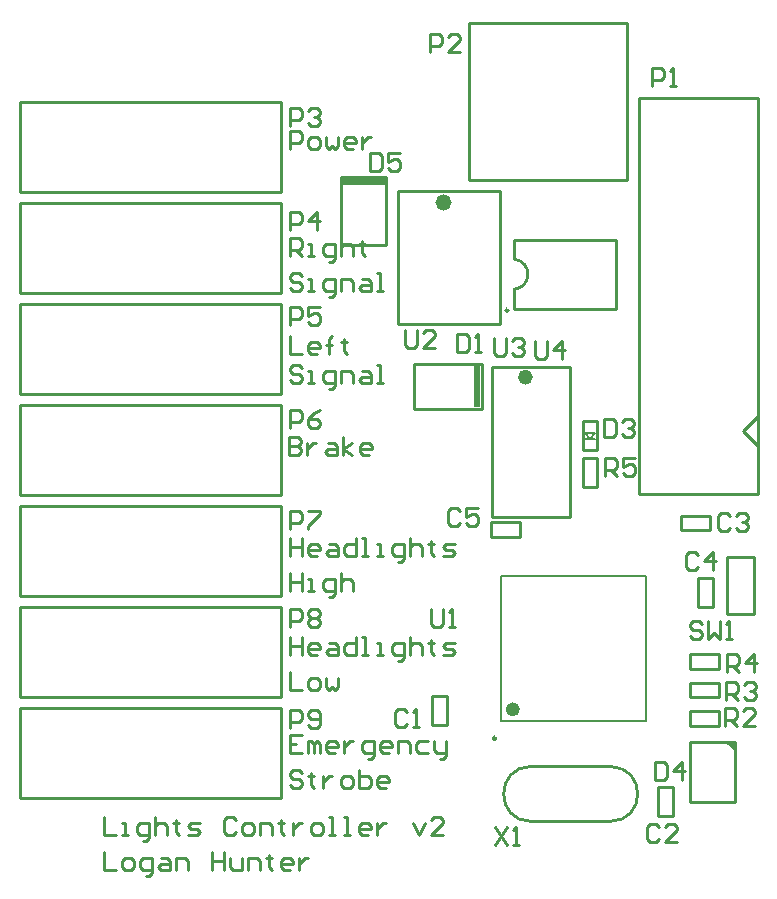
<source format=gto>
G04 Layer_Color=65535*
%FSLAX44Y44*%
%MOMM*%
G71*
G01*
G75*
%ADD20C,0.2540*%
%ADD34C,0.2500*%
%ADD35C,0.6000*%
%ADD36C,0.2000*%
%ADD37C,0.1524*%
%ADD38R,3.6830X0.5080*%
%ADD39R,0.5080X3.6830*%
D20*
X647325Y197003D02*
G03*
X647325Y150503I0J-23250D01*
G01*
X714324D02*
G03*
X714324Y197003I0J23250D01*
G01*
X647536Y526590D02*
G03*
X647536Y526590I-5080J0D01*
G01*
X646266D02*
G03*
X646266Y526590I-3810J0D01*
G01*
X642457Y524049D02*
G03*
X641321Y524318I0J2540D01*
G01*
X643727Y526590D02*
G03*
X642457Y525320I-1270J0D01*
G01*
X633065Y601112D02*
G03*
X633179Y626397I-1150J12648D01*
G01*
X628106Y583280D02*
G03*
X628106Y583280I-1270J0D01*
G01*
X574444Y674491D02*
G03*
X574444Y674491I-1270J0D01*
G01*
X575714D02*
G03*
X575714Y674491I-2540J0D01*
G01*
X577190D02*
G03*
X577190Y674491I-4016J0D01*
G01*
X578853D02*
G03*
X578853Y674491I-5680J0D01*
G01*
X576151Y232177D02*
Y256677D01*
X563651Y232177D02*
X576151D01*
X563651D02*
Y256677D01*
X576151D01*
X836385Y326017D02*
Y374277D01*
X813525Y326017D02*
X836385D01*
X813525D02*
Y374277D01*
X836385D01*
X754857Y155137D02*
Y179637D01*
X767357D01*
Y155137D02*
Y179637D01*
X754857Y155137D02*
X767357D01*
X774478Y396939D02*
X798978D01*
X774478D02*
Y409439D01*
X798978D01*
Y396939D02*
Y409439D01*
X788488Y332176D02*
Y356676D01*
X800988D01*
Y332176D02*
Y356676D01*
X788488Y332176D02*
X800988D01*
X613544Y403904D02*
X638044D01*
Y391404D02*
Y403904D01*
X613544Y391404D02*
X638044D01*
X613544D02*
Y403904D01*
X816429Y214688D02*
Y217864D01*
X817064Y215324D02*
X818969Y213419D01*
X819604D01*
Y215324D01*
X817064Y217864D02*
X819604Y215324D01*
X817064Y217864D02*
X819604Y215324D01*
Y213419D02*
Y215324D01*
Y211514D02*
Y215324D01*
X817064Y217864D02*
X819604Y215324D01*
X817064Y217864D02*
X819604D01*
X813253D02*
X819604D01*
X813253D02*
X819604Y211514D01*
X781504Y167064D02*
X790394D01*
X781504D02*
Y217864D01*
X819604D01*
Y167064D02*
Y217864D01*
X785313Y167064D02*
X819604D01*
X781816Y243820D02*
X806316D01*
Y231320D02*
Y243820D01*
X781816Y231320D02*
X806316D01*
X781816D02*
Y243820D01*
Y292226D02*
X806316D01*
Y279726D02*
Y292226D01*
X781816Y279726D02*
X806316D01*
X781816D02*
Y292226D01*
Y268023D02*
X806316D01*
Y255523D02*
Y268023D01*
X781816Y255523D02*
X806316D01*
X781816D02*
Y268023D01*
X647325Y197003D02*
X714324D01*
X647325Y150503D02*
X714324D01*
X690977Y489390D02*
X703477D01*
X690977Y464890D02*
Y489390D01*
Y464890D02*
X703477D01*
Y489390D01*
X690977Y458128D02*
X703477D01*
X690977Y433628D02*
Y458128D01*
Y433628D02*
X703477D01*
Y458128D01*
X614516Y535480D02*
X680556D01*
Y408479D02*
Y535480D01*
X614516Y408479D02*
X680556D01*
X614516D02*
Y535480D01*
X738733Y762966D02*
X839062D01*
X738733Y427686D02*
Y762966D01*
Y427686D02*
X839062D01*
Y762966D01*
Y492456D02*
Y493726D01*
X826363Y481026D02*
X839062Y493726D01*
X826363Y481026D02*
X839062Y468326D01*
X214630Y683260D02*
Y759460D01*
Y683260D02*
X435610D01*
Y759460D01*
X214630D02*
X435610D01*
X214630Y597747D02*
Y673947D01*
Y597747D02*
X435610D01*
Y673947D01*
X214630D02*
X435610D01*
X214630Y512233D02*
Y588433D01*
Y512233D02*
X435610D01*
Y588433D01*
X214630D02*
X435610D01*
X214630Y426720D02*
Y502920D01*
Y426720D02*
X435610D01*
Y502920D01*
X214630D02*
X435610D01*
X214630Y341207D02*
Y417407D01*
Y341207D02*
X435610D01*
Y417407D01*
X214630D02*
X435610D01*
X214630Y255693D02*
Y331893D01*
Y255693D02*
X435610D01*
Y331893D01*
X214630D02*
X435610D01*
X214630Y170180D02*
Y246380D01*
Y170180D02*
X435610D01*
Y246380D01*
X214630D02*
X435610D01*
X594757Y693812D02*
Y826812D01*
Y693812D02*
X728757D01*
Y826812D01*
X594757D02*
X728757D01*
X486300Y696004D02*
X524399D01*
X486300Y638854D02*
Y696004D01*
Y638854D02*
X524399D01*
Y696004D01*
X633179Y626397D02*
Y642964D01*
X633186Y584550D02*
Y600992D01*
X719546Y584550D02*
Y641700D01*
X633186Y642970D02*
X719546D01*
X633186Y584550D02*
X719546D01*
X535074Y684651D02*
X621434D01*
X535074Y571621D02*
Y684651D01*
Y571621D02*
X621434D01*
Y684651D01*
X605534Y500025D02*
Y538125D01*
X548384D02*
X605534D01*
X548384Y500025D02*
Y538125D01*
Y500025D02*
X605534D01*
X443230Y306311D02*
Y291076D01*
Y298694D01*
X453387D01*
Y306311D01*
Y291076D01*
X466083D02*
X461004D01*
X458465Y293616D01*
Y298694D01*
X461004Y301233D01*
X466083D01*
X468622Y298694D01*
Y296155D01*
X458465D01*
X476239Y301233D02*
X481318D01*
X483857Y298694D01*
Y291076D01*
X476239D01*
X473700Y293616D01*
X476239Y296155D01*
X483857D01*
X499092Y306311D02*
Y291076D01*
X491474D01*
X488935Y293616D01*
Y298694D01*
X491474Y301233D01*
X499092D01*
X504170Y291076D02*
X509249D01*
X506710D01*
Y306311D01*
X504170D01*
X516866Y291076D02*
X521945D01*
X519405D01*
Y301233D01*
X516866D01*
X534640Y285998D02*
X537180D01*
X539719Y288537D01*
Y301233D01*
X532101D01*
X529562Y298694D01*
Y293616D01*
X532101Y291076D01*
X539719D01*
X544797Y306311D02*
Y291076D01*
Y298694D01*
X547336Y301233D01*
X552415D01*
X554954Y298694D01*
Y291076D01*
X562571Y303772D02*
Y301233D01*
X560032D01*
X565111D01*
X562571D01*
Y293616D01*
X565111Y291076D01*
X572728D02*
X580346D01*
X582885Y293616D01*
X580346Y296155D01*
X575267D01*
X572728Y298694D01*
X575267Y301233D01*
X582885D01*
X443230Y276855D02*
Y261620D01*
X453387D01*
X461004D02*
X466083D01*
X468622Y264159D01*
Y269237D01*
X466083Y271777D01*
X461004D01*
X458465Y269237D01*
Y264159D01*
X461004Y261620D01*
X473700Y271777D02*
Y264159D01*
X476239Y261620D01*
X478778Y264159D01*
X481318Y261620D01*
X483857Y264159D01*
Y271777D01*
X285667Y153981D02*
Y138746D01*
X295823D01*
X300902D02*
X305980D01*
X303441D01*
Y148903D01*
X300902D01*
X318676Y133668D02*
X321215D01*
X323755Y136207D01*
Y148903D01*
X316137D01*
X313598Y146364D01*
Y141285D01*
X316137Y138746D01*
X323755D01*
X328833Y153981D02*
Y138746D01*
Y146364D01*
X331372Y148903D01*
X336450D01*
X338990Y146364D01*
Y138746D01*
X346607Y151442D02*
Y148903D01*
X344068D01*
X349146D01*
X346607D01*
Y141285D01*
X349146Y138746D01*
X356764D02*
X364381D01*
X366921Y141285D01*
X364381Y143825D01*
X359303D01*
X356764Y146364D01*
X359303Y148903D01*
X366921D01*
X397391Y151442D02*
X394851Y153981D01*
X389773D01*
X387234Y151442D01*
Y141285D01*
X389773Y138746D01*
X394851D01*
X397391Y141285D01*
X405008Y138746D02*
X410087D01*
X412626Y141285D01*
Y146364D01*
X410087Y148903D01*
X405008D01*
X402469Y146364D01*
Y141285D01*
X405008Y138746D01*
X417704D02*
Y148903D01*
X425322D01*
X427861Y146364D01*
Y138746D01*
X435478Y151442D02*
Y148903D01*
X432939D01*
X438018D01*
X435478D01*
Y141285D01*
X438018Y138746D01*
X445635Y148903D02*
Y138746D01*
Y143825D01*
X448174Y146364D01*
X450713Y148903D01*
X453253D01*
X463409Y138746D02*
X468488D01*
X471027Y141285D01*
Y146364D01*
X468488Y148903D01*
X463409D01*
X460870Y146364D01*
Y141285D01*
X463409Y138746D01*
X476105D02*
X481184D01*
X478644D01*
Y153981D01*
X476105D01*
X488801Y138746D02*
X493879D01*
X491340D01*
Y153981D01*
X488801D01*
X509114Y138746D02*
X504036D01*
X501497Y141285D01*
Y146364D01*
X504036Y148903D01*
X509114D01*
X511654Y146364D01*
Y143825D01*
X501497D01*
X516732Y148903D02*
Y138746D01*
Y143825D01*
X519271Y146364D01*
X521810Y148903D01*
X524350D01*
X547202D02*
X552281Y138746D01*
X557359Y148903D01*
X572594Y138746D02*
X562437D01*
X572594Y148903D01*
Y151442D01*
X570055Y153981D01*
X564976D01*
X562437Y151442D01*
X285667Y124525D02*
Y109290D01*
X295823D01*
X303441D02*
X308519D01*
X311059Y111829D01*
Y116907D01*
X308519Y119446D01*
X303441D01*
X300902Y116907D01*
Y111829D01*
X303441Y109290D01*
X321215Y104212D02*
X323755D01*
X326294Y106751D01*
Y119446D01*
X318676D01*
X316137Y116907D01*
Y111829D01*
X318676Y109290D01*
X326294D01*
X333911Y119446D02*
X338990D01*
X341529Y116907D01*
Y109290D01*
X333911D01*
X331372Y111829D01*
X333911Y114368D01*
X341529D01*
X346607Y109290D02*
Y119446D01*
X354225D01*
X356764Y116907D01*
Y109290D01*
X377077Y124525D02*
Y109290D01*
Y116907D01*
X387234D01*
Y124525D01*
Y109290D01*
X392312Y119446D02*
Y111829D01*
X394851Y109290D01*
X402469D01*
Y119446D01*
X407547Y109290D02*
Y119446D01*
X415165D01*
X417704Y116907D01*
Y109290D01*
X425322Y121986D02*
Y119446D01*
X422783D01*
X427861D01*
X425322D01*
Y111829D01*
X427861Y109290D01*
X443096D02*
X438018D01*
X435478Y111829D01*
Y116907D01*
X438018Y119446D01*
X443096D01*
X445635Y116907D01*
Y114368D01*
X435478D01*
X450713Y119446D02*
Y109290D01*
Y114368D01*
X453253Y116907D01*
X455792Y119446D01*
X458331D01*
X443230Y628895D02*
Y644130D01*
X450848D01*
X453387Y641591D01*
Y636512D01*
X450848Y633973D01*
X443230D01*
X448308D02*
X453387Y628895D01*
X458465D02*
X463543D01*
X461004D01*
Y639052D01*
X458465D01*
X476239Y623816D02*
X478778D01*
X481318Y626356D01*
Y639052D01*
X473700D01*
X471161Y636512D01*
Y631434D01*
X473700Y628895D01*
X481318D01*
X486396Y644130D02*
Y628895D01*
Y636512D01*
X488935Y639052D01*
X494014D01*
X496553Y636512D01*
Y628895D01*
X504170Y641591D02*
Y639052D01*
X501631D01*
X506710D01*
X504170D01*
Y631434D01*
X506710Y628895D01*
X453387Y612134D02*
X450848Y614673D01*
X445769D01*
X443230Y612134D01*
Y609595D01*
X445769Y607056D01*
X450848D01*
X453387Y604517D01*
Y601978D01*
X450848Y599438D01*
X445769D01*
X443230Y601978D01*
X458465Y599438D02*
X463543D01*
X461004D01*
Y609595D01*
X458465D01*
X476239Y594360D02*
X478778D01*
X481318Y596899D01*
Y609595D01*
X473700D01*
X471161Y607056D01*
Y601978D01*
X473700Y599438D01*
X481318D01*
X486396D02*
Y609595D01*
X494014D01*
X496553Y607056D01*
Y599438D01*
X504170Y609595D02*
X509249D01*
X511788Y607056D01*
Y599438D01*
X504170D01*
X501631Y601978D01*
X504170Y604517D01*
X511788D01*
X516866Y599438D02*
X521945D01*
X519405D01*
Y614673D01*
X516866D01*
X443230Y390130D02*
Y374895D01*
Y382512D01*
X453387D01*
Y390130D01*
Y374895D01*
X466083D02*
X461004D01*
X458465Y377434D01*
Y382512D01*
X461004Y385051D01*
X466083D01*
X468622Y382512D01*
Y379973D01*
X458465D01*
X476239Y385051D02*
X481318D01*
X483857Y382512D01*
Y374895D01*
X476239D01*
X473700Y377434D01*
X476239Y379973D01*
X483857D01*
X499092Y390130D02*
Y374895D01*
X491474D01*
X488935Y377434D01*
Y382512D01*
X491474Y385051D01*
X499092D01*
X504170Y374895D02*
X509249D01*
X506710D01*
Y390130D01*
X504170D01*
X516866Y374895D02*
X521945D01*
X519405D01*
Y385051D01*
X516866D01*
X534640Y369816D02*
X537180D01*
X539719Y372356D01*
Y385051D01*
X532101D01*
X529562Y382512D01*
Y377434D01*
X532101Y374895D01*
X539719D01*
X544797Y390130D02*
Y374895D01*
Y382512D01*
X547336Y385051D01*
X552415D01*
X554954Y382512D01*
Y374895D01*
X562571Y387591D02*
Y385051D01*
X560032D01*
X565111D01*
X562571D01*
Y377434D01*
X565111Y374895D01*
X572728D02*
X580346D01*
X582885Y377434D01*
X580346Y379973D01*
X575267D01*
X572728Y382512D01*
X575267Y385051D01*
X582885D01*
X443230Y360673D02*
Y345438D01*
Y353056D01*
X453387D01*
Y360673D01*
Y345438D01*
X458465D02*
X463543D01*
X461004D01*
Y355595D01*
X458465D01*
X476239Y340360D02*
X478778D01*
X481318Y342899D01*
Y355595D01*
X473700D01*
X471161Y353056D01*
Y347977D01*
X473700Y345438D01*
X481318D01*
X486396Y360673D02*
Y345438D01*
Y353056D01*
X488935Y355595D01*
X494014D01*
X496553Y353056D01*
Y345438D01*
X453387Y223762D02*
X443230D01*
Y208526D01*
X453387D01*
X443230Y216144D02*
X448308D01*
X458465Y208526D02*
Y218683D01*
X461004D01*
X463543Y216144D01*
Y208526D01*
Y216144D01*
X466083Y218683D01*
X468622Y216144D01*
Y208526D01*
X481318D02*
X476239D01*
X473700Y211066D01*
Y216144D01*
X476239Y218683D01*
X481318D01*
X483857Y216144D01*
Y213605D01*
X473700D01*
X488935Y218683D02*
Y208526D01*
Y213605D01*
X491474Y216144D01*
X494014Y218683D01*
X496553D01*
X509249Y203448D02*
X511788D01*
X514327Y205987D01*
Y218683D01*
X506710D01*
X504170Y216144D01*
Y211066D01*
X506710Y208526D01*
X514327D01*
X527023D02*
X521945D01*
X519405Y211066D01*
Y216144D01*
X521945Y218683D01*
X527023D01*
X529562Y216144D01*
Y213605D01*
X519405D01*
X534640Y208526D02*
Y218683D01*
X542258D01*
X544797Y216144D01*
Y208526D01*
X560032Y218683D02*
X552415D01*
X549875Y216144D01*
Y211066D01*
X552415Y208526D01*
X560032D01*
X565111Y218683D02*
Y211066D01*
X567650Y208526D01*
X575267D01*
Y205987D01*
X572728Y203448D01*
X570189D01*
X575267Y208526D02*
Y218683D01*
X453387Y191766D02*
X450848Y194305D01*
X445769D01*
X443230Y191766D01*
Y189227D01*
X445769Y186688D01*
X450848D01*
X453387Y184148D01*
Y181609D01*
X450848Y179070D01*
X445769D01*
X443230Y181609D01*
X461004Y191766D02*
Y189227D01*
X458465D01*
X463543D01*
X461004D01*
Y181609D01*
X463543Y179070D01*
X471161Y189227D02*
Y179070D01*
Y184148D01*
X473700Y186688D01*
X476239Y189227D01*
X478778D01*
X488935Y179070D02*
X494014D01*
X496553Y181609D01*
Y186688D01*
X494014Y189227D01*
X488935D01*
X486396Y186688D01*
Y181609D01*
X488935Y179070D01*
X501631Y194305D02*
Y179070D01*
X509249D01*
X511788Y181609D01*
Y184148D01*
Y186688D01*
X509249Y189227D01*
X501631D01*
X524484Y179070D02*
X519405D01*
X516866Y181609D01*
Y186688D01*
X519405Y189227D01*
X524484D01*
X527023Y186688D01*
Y184148D01*
X516866D01*
X443230Y561581D02*
Y546346D01*
X453387D01*
X466083D02*
X461004D01*
X458465Y548886D01*
Y553964D01*
X461004Y556503D01*
X466083D01*
X468622Y553964D01*
Y551425D01*
X458465D01*
X476239Y546346D02*
Y559042D01*
Y553964D01*
X473700D01*
X478778D01*
X476239D01*
Y559042D01*
X478778Y561581D01*
X488935Y559042D02*
Y556503D01*
X486396D01*
X491474D01*
X488935D01*
Y548886D01*
X491474Y546346D01*
X453387Y534664D02*
X450848Y537203D01*
X445769D01*
X443230Y534664D01*
Y532125D01*
X445769Y529586D01*
X450848D01*
X453387Y527047D01*
Y524507D01*
X450848Y521968D01*
X445769D01*
X443230Y524507D01*
X458465Y521968D02*
X463543D01*
X461004D01*
Y532125D01*
X458465D01*
X476239Y516890D02*
X478778D01*
X481318Y519429D01*
Y532125D01*
X473700D01*
X471161Y529586D01*
Y524507D01*
X473700Y521968D01*
X481318D01*
X486396D02*
Y532125D01*
X494014D01*
X496553Y529586D01*
Y521968D01*
X504170Y532125D02*
X509249D01*
X511788Y529586D01*
Y521968D01*
X504170D01*
X501631Y524507D01*
X504170Y527047D01*
X511788D01*
X516866Y521968D02*
X521945D01*
X519405D01*
Y537203D01*
X516866D01*
X616985Y145845D02*
X627142Y130610D01*
Y145845D02*
X616985Y130610D01*
X632220D02*
X637299D01*
X634759D01*
Y145845D01*
X632220Y143306D01*
X562717Y330018D02*
Y317322D01*
X565257Y314783D01*
X570335D01*
X572874Y317322D01*
Y330018D01*
X577952Y314783D02*
X583031D01*
X580492D01*
Y330018D01*
X577952Y327479D01*
X792262Y317911D02*
X789723Y320451D01*
X784645D01*
X782106Y317911D01*
Y315372D01*
X784645Y312833D01*
X789723D01*
X792262Y310294D01*
Y307755D01*
X789723Y305216D01*
X784645D01*
X782106Y307755D01*
X797341Y320451D02*
Y305216D01*
X802419Y310294D01*
X807497Y305216D01*
Y320451D01*
X812576Y305216D02*
X817654D01*
X815115D01*
Y320451D01*
X812576Y317911D01*
X812868Y277254D02*
Y292489D01*
X820485D01*
X823024Y289950D01*
Y284872D01*
X820485Y282333D01*
X812868D01*
X817946D02*
X823024Y277254D01*
X835720D02*
Y292489D01*
X828103Y284872D01*
X838259D01*
X811993Y253133D02*
Y268368D01*
X819610D01*
X822149Y265829D01*
Y260750D01*
X819610Y258211D01*
X811993D01*
X817071D02*
X822149Y253133D01*
X827228Y265829D02*
X829767Y268368D01*
X834845D01*
X837384Y265829D01*
Y263290D01*
X834845Y260750D01*
X832306D01*
X834845D01*
X837384Y258211D01*
Y255672D01*
X834845Y253133D01*
X829767D01*
X827228Y255672D01*
X811448Y231570D02*
Y246805D01*
X819065D01*
X821605Y244266D01*
Y239188D01*
X819065Y236649D01*
X811448D01*
X816526D02*
X821605Y231570D01*
X836840D02*
X826683D01*
X836840Y241727D01*
Y244266D01*
X834301Y246805D01*
X829222D01*
X826683Y244266D01*
X752279Y200843D02*
Y185608D01*
X759897D01*
X762436Y188148D01*
Y198304D01*
X759897Y200843D01*
X752279D01*
X775132Y185608D02*
Y200843D01*
X767514Y193226D01*
X777671D01*
X587109Y413247D02*
X584570Y415786D01*
X579491D01*
X576952Y413247D01*
Y403090D01*
X579491Y400551D01*
X584570D01*
X587109Y403090D01*
X602344Y415786D02*
X592187D01*
Y408169D01*
X597266Y410708D01*
X599805D01*
X602344Y408169D01*
Y403090D01*
X599805Y400551D01*
X594726D01*
X592187Y403090D01*
X788835Y375752D02*
X786296Y378292D01*
X781218D01*
X778679Y375752D01*
Y365596D01*
X781218Y363056D01*
X786296D01*
X788835Y365596D01*
X801531Y363056D02*
Y378292D01*
X793914Y370674D01*
X804070D01*
X815591Y408992D02*
X813052Y411531D01*
X807973D01*
X805434Y408992D01*
Y398835D01*
X807973Y396296D01*
X813052D01*
X815591Y398835D01*
X820669Y408992D02*
X823208Y411531D01*
X828287D01*
X830826Y408992D01*
Y406453D01*
X828287Y403914D01*
X825748D01*
X828287D01*
X830826Y401374D01*
Y398835D01*
X828287Y396296D01*
X823208D01*
X820669Y398835D01*
X755966Y146034D02*
X753427Y148573D01*
X748349D01*
X745810Y146034D01*
Y135877D01*
X748349Y133338D01*
X753427D01*
X755966Y135877D01*
X771201Y133338D02*
X761045D01*
X771201Y143495D01*
Y146034D01*
X768662Y148573D01*
X763584D01*
X761045Y146034D01*
X542399Y242896D02*
X539860Y245436D01*
X534781D01*
X532242Y242896D01*
Y232740D01*
X534781Y230201D01*
X539860D01*
X542399Y232740D01*
X547477Y230201D02*
X552556D01*
X550017D01*
Y245436D01*
X547477Y242896D01*
X584335Y562830D02*
Y547595D01*
X591952D01*
X594491Y550134D01*
Y560291D01*
X591952Y562830D01*
X584335D01*
X599570Y547595D02*
X604648D01*
X602109D01*
Y562830D01*
X599570Y560291D01*
X708822Y490885D02*
Y475650D01*
X716440D01*
X718979Y478189D01*
Y488345D01*
X716440Y490885D01*
X708822D01*
X724057Y488345D02*
X726596Y490885D01*
X731675D01*
X734214Y488345D01*
Y485806D01*
X731675Y483267D01*
X729135D01*
X731675D01*
X734214Y480728D01*
Y478189D01*
X731675Y475650D01*
X726596D01*
X724057Y478189D01*
X511242Y716176D02*
Y700941D01*
X518859D01*
X521399Y703480D01*
Y713637D01*
X518859Y716176D01*
X511242D01*
X536634D02*
X526477D01*
Y708559D01*
X531555Y711098D01*
X534095D01*
X536634Y708559D01*
Y703480D01*
X534095Y700941D01*
X529016D01*
X526477Y703480D01*
X749478Y773328D02*
Y788563D01*
X757095D01*
X759635Y786023D01*
Y780945D01*
X757095Y778406D01*
X749478D01*
X764713Y773328D02*
X769791D01*
X767252D01*
Y788563D01*
X764713Y786023D01*
X561436Y802203D02*
Y817438D01*
X569053D01*
X571592Y814898D01*
Y809820D01*
X569053Y807281D01*
X561436D01*
X586827Y802203D02*
X576670D01*
X586827Y812359D01*
Y814898D01*
X584288Y817438D01*
X579210D01*
X576670Y814898D01*
X443230Y739140D02*
Y754375D01*
X450848D01*
X453387Y751836D01*
Y746757D01*
X450848Y744218D01*
X443230D01*
X458465Y751836D02*
X461004Y754375D01*
X466083D01*
X468622Y751836D01*
Y749297D01*
X466083Y746757D01*
X463543D01*
X466083D01*
X468622Y744218D01*
Y741679D01*
X466083Y739140D01*
X461004D01*
X458465Y741679D01*
X443230Y651087D02*
Y666322D01*
X450848D01*
X453387Y663783D01*
Y658704D01*
X450848Y656165D01*
X443230D01*
X466083Y651087D02*
Y666322D01*
X458465Y658704D01*
X468622D01*
X443230Y570653D02*
Y585888D01*
X450848D01*
X453387Y583349D01*
Y578271D01*
X450848Y575732D01*
X443230D01*
X468622Y585888D02*
X458465D01*
Y578271D01*
X463543Y580810D01*
X466083D01*
X468622Y578271D01*
Y573192D01*
X466083Y570653D01*
X461004D01*
X458465Y573192D01*
X443230Y483870D02*
Y499105D01*
X450848D01*
X453387Y496566D01*
Y491488D01*
X450848Y488948D01*
X443230D01*
X468622Y499105D02*
X463543Y496566D01*
X458465Y491488D01*
Y486409D01*
X461004Y483870D01*
X466083D01*
X468622Y486409D01*
Y488948D01*
X466083Y491488D01*
X458465D01*
X443230Y398357D02*
Y413592D01*
X450848D01*
X453387Y411053D01*
Y405974D01*
X450848Y403435D01*
X443230D01*
X458465Y413592D02*
X468622D01*
Y411053D01*
X458465Y400896D01*
Y398357D01*
X443230Y315383D02*
Y330618D01*
X450848D01*
X453387Y328079D01*
Y323001D01*
X450848Y320462D01*
X443230D01*
X458465Y328079D02*
X461004Y330618D01*
X466083D01*
X468622Y328079D01*
Y325540D01*
X466083Y323001D01*
X468622Y320462D01*
Y317922D01*
X466083Y315383D01*
X461004D01*
X458465Y317922D01*
Y320462D01*
X461004Y323001D01*
X458465Y325540D01*
Y328079D01*
X461004Y323001D02*
X466083D01*
X443230Y229870D02*
Y245105D01*
X450848D01*
X453387Y242566D01*
Y237488D01*
X450848Y234948D01*
X443230D01*
X458465Y232409D02*
X461004Y229870D01*
X466083D01*
X468622Y232409D01*
Y242566D01*
X466083Y245105D01*
X461004D01*
X458465Y242566D01*
Y240027D01*
X461004Y237488D01*
X468622D01*
X709686Y443015D02*
Y458250D01*
X717304D01*
X719843Y455711D01*
Y450633D01*
X717304Y448094D01*
X709686D01*
X714764D02*
X719843Y443015D01*
X735078Y458250D02*
X724921D01*
Y450633D01*
X730000Y453172D01*
X732539D01*
X735078Y450633D01*
Y445554D01*
X732539Y443015D01*
X727460D01*
X724921Y445554D01*
X540860Y566529D02*
Y553833D01*
X543399Y551294D01*
X548478D01*
X551017Y553833D01*
Y566529D01*
X566252Y551294D02*
X556095D01*
X566252Y561451D01*
Y563990D01*
X563713Y566529D01*
X558634D01*
X556095Y563990D01*
X650285Y557418D02*
Y544722D01*
X652824Y542183D01*
X657903D01*
X660442Y544722D01*
Y557418D01*
X673138Y542183D02*
Y557418D01*
X665520Y549800D01*
X675677D01*
X615810Y559530D02*
Y546834D01*
X618349Y544295D01*
X623427D01*
X625966Y546834D01*
Y559530D01*
X631045Y556991D02*
X633584Y559530D01*
X638662D01*
X641201Y556991D01*
Y554451D01*
X638662Y551912D01*
X636123D01*
X638662D01*
X641201Y549373D01*
Y546834D01*
X638662Y544295D01*
X633584D01*
X631045Y546834D01*
X443230Y720090D02*
Y735325D01*
X450848D01*
X453387Y732786D01*
Y727708D01*
X450848Y725168D01*
X443230D01*
X461004Y720090D02*
X466083D01*
X468622Y722629D01*
Y727708D01*
X466083Y730247D01*
X461004D01*
X458465Y727708D01*
Y722629D01*
X461004Y720090D01*
X473700Y730247D02*
Y722629D01*
X476239Y720090D01*
X478778Y722629D01*
X481318Y720090D01*
X483857Y722629D01*
Y730247D01*
X496553Y720090D02*
X491474D01*
X488935Y722629D01*
Y727708D01*
X491474Y730247D01*
X496553D01*
X499092Y727708D01*
Y725168D01*
X488935D01*
X504170Y730247D02*
Y720090D01*
Y725168D01*
X506710Y727708D01*
X509249Y730247D01*
X511788D01*
X441960Y476245D02*
Y461010D01*
X449577D01*
X452117Y463549D01*
Y466088D01*
X449577Y468628D01*
X441960D01*
X449577D01*
X452117Y471167D01*
Y473706D01*
X449577Y476245D01*
X441960D01*
X457195Y471167D02*
Y461010D01*
Y466088D01*
X459734Y468628D01*
X462273Y471167D01*
X464813D01*
X474969D02*
X480048D01*
X482587Y468628D01*
Y461010D01*
X474969D01*
X472430Y463549D01*
X474969Y466088D01*
X482587D01*
X487665Y461010D02*
Y476245D01*
Y466088D02*
X495283Y471167D01*
X487665Y466088D02*
X495283Y461010D01*
X510518D02*
X505439D01*
X502900Y463549D01*
Y468628D01*
X505439Y471167D01*
X510518D01*
X513057Y468628D01*
Y466088D01*
X502900D01*
D34*
X617562Y220878D02*
G03*
X617562Y220878I-1250J0D01*
G01*
D35*
X634812Y245378D02*
G03*
X634812Y245378I-3000J0D01*
G01*
D36*
X621812Y235378D02*
X744812D01*
X621812Y358378D02*
X744812D01*
X621812Y235378D02*
Y358378D01*
X744812Y235378D02*
Y358378D01*
D37*
X692617Y479075D02*
X697062Y474630D01*
X701507Y479075D01*
X692617Y474630D02*
X701507D01*
X692617Y479710D02*
X701507D01*
D38*
X504714Y692194D02*
D03*
D39*
X601724Y519710D02*
D03*
M02*

</source>
